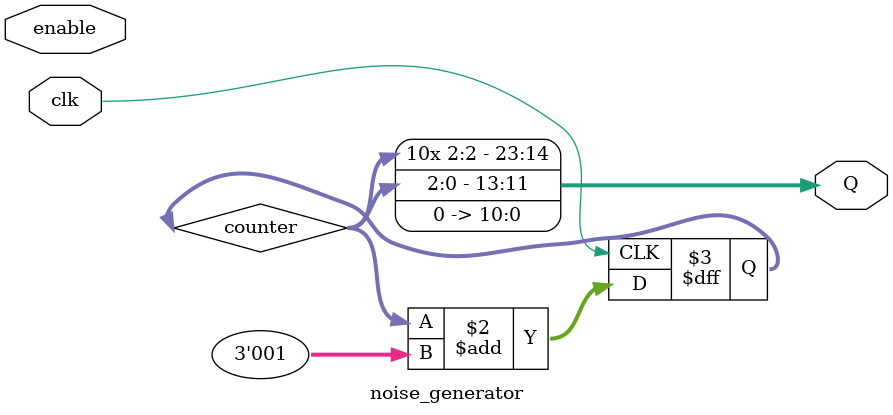
<source format=sv>
module noise_generator (clk, enable, Q);

	input logic clk, enable;
	output logic [23:0] Q;
	
	logic [2:0] counter;
	
	always_ff @(posedge clk) begin
		counter <= counter + 3'd1;
	end
	
	assign Q = {{10{counter[2]}}, counter, 11'd0};
endmodule

</source>
